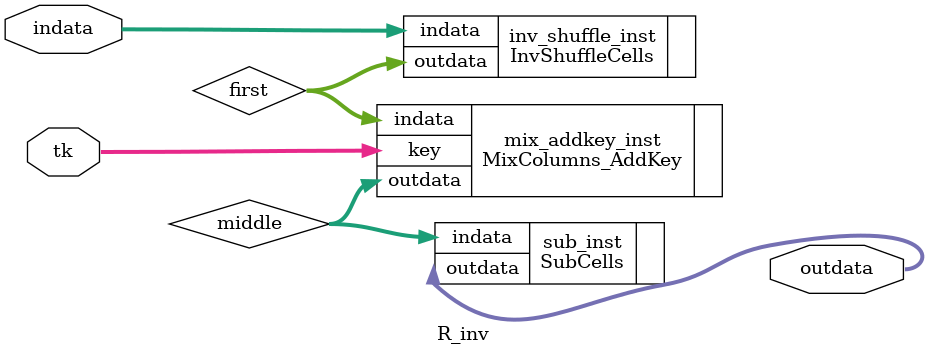
<source format=v>
module R_inv
    (
        input wire [63:0] tk,
        input wire [63:0] indata,
        output wire [63:0] outdata
    );
    localparam blockLen = 64;
    wire [blockLen-1:0] first;
    wire [blockLen-1:0] middle;            
    InvShuffleCells  inv_shuffle_inst(.indata(indata), .outdata(first));
    MixColumns_AddKey  mix_addkey_inst(.indata(first), .key(tk), .outdata(middle));
    SubCells  sub_inst(.indata(middle), .outdata(outdata)); 
endmodule

</source>
